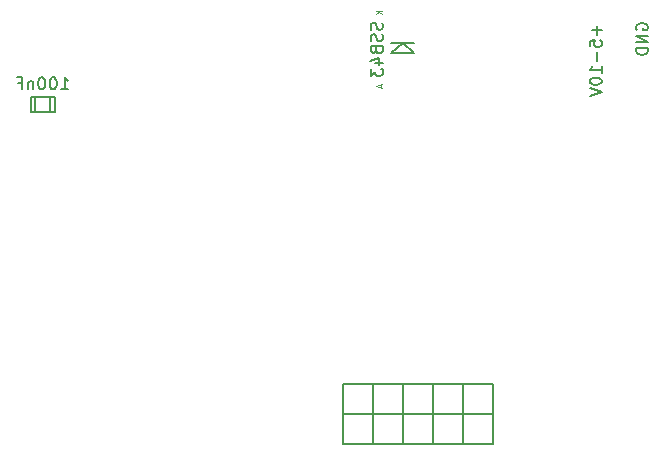
<source format=gbo>
G04 #@! TF.FileFunction,Legend,Bot*
%FSLAX46Y46*%
G04 Gerber Fmt 4.6, Leading zero omitted, Abs format (unit mm)*
G04 Created by KiCad (PCBNEW 0.201507012246+5852~23~ubuntu14.04.1-product) date Sat 04 Jul 2015 06:56:47 PM CDT*
%MOMM*%
G01*
G04 APERTURE LIST*
%ADD10C,0.100000*%
%ADD11C,0.127000*%
%ADD12C,0.200000*%
%ADD13C,0.099060*%
G04 APERTURE END LIST*
D10*
D11*
X132025571Y-113175143D02*
X132025571Y-113949238D01*
X132412619Y-113562190D02*
X131638524Y-113562190D01*
X131396619Y-114916857D02*
X131396619Y-114433048D01*
X131880429Y-114384667D01*
X131832048Y-114433048D01*
X131783667Y-114529810D01*
X131783667Y-114771714D01*
X131832048Y-114868476D01*
X131880429Y-114916857D01*
X131977190Y-114965238D01*
X132219095Y-114965238D01*
X132315857Y-114916857D01*
X132364238Y-114868476D01*
X132412619Y-114771714D01*
X132412619Y-114529810D01*
X132364238Y-114433048D01*
X132315857Y-114384667D01*
X132025571Y-115400667D02*
X132025571Y-116174762D01*
X132412619Y-117190762D02*
X132412619Y-116610191D01*
X132412619Y-116900477D02*
X131396619Y-116900477D01*
X131541762Y-116803715D01*
X131638524Y-116706953D01*
X131686905Y-116610191D01*
X131396619Y-117819715D02*
X131396619Y-117916476D01*
X131445000Y-118013238D01*
X131493381Y-118061619D01*
X131590143Y-118110000D01*
X131783667Y-118158381D01*
X132025571Y-118158381D01*
X132219095Y-118110000D01*
X132315857Y-118061619D01*
X132364238Y-118013238D01*
X132412619Y-117916476D01*
X132412619Y-117819715D01*
X132364238Y-117722953D01*
X132315857Y-117674572D01*
X132219095Y-117626191D01*
X132025571Y-117577810D01*
X131783667Y-117577810D01*
X131590143Y-117626191D01*
X131493381Y-117674572D01*
X131445000Y-117722953D01*
X131396619Y-117819715D01*
X131396619Y-118448667D02*
X132412619Y-118787334D01*
X131396619Y-119126000D01*
X135382000Y-113525905D02*
X135333619Y-113429143D01*
X135333619Y-113284000D01*
X135382000Y-113138858D01*
X135478762Y-113042096D01*
X135575524Y-112993715D01*
X135769048Y-112945334D01*
X135914190Y-112945334D01*
X136107714Y-112993715D01*
X136204476Y-113042096D01*
X136301238Y-113138858D01*
X136349619Y-113284000D01*
X136349619Y-113380762D01*
X136301238Y-113525905D01*
X136252857Y-113574286D01*
X135914190Y-113574286D01*
X135914190Y-113380762D01*
X136349619Y-114009715D02*
X135333619Y-114009715D01*
X136349619Y-114590286D01*
X135333619Y-114590286D01*
X136349619Y-115074096D02*
X135333619Y-115074096D01*
X135333619Y-115316001D01*
X135382000Y-115461143D01*
X135478762Y-115557905D01*
X135575524Y-115606286D01*
X135769048Y-115654667D01*
X135914190Y-115654667D01*
X136107714Y-115606286D01*
X136204476Y-115557905D01*
X136301238Y-115461143D01*
X136349619Y-115316001D01*
X136349619Y-115074096D01*
D12*
X113030000Y-143510000D02*
X113030000Y-148590000D01*
X115570000Y-143510000D02*
X115570000Y-148590000D01*
X118110000Y-143510000D02*
X118110000Y-148590000D01*
X120650000Y-143510000D02*
X120650000Y-148590000D01*
X110490000Y-146050000D02*
X123190000Y-146050000D01*
X110490000Y-148590000D02*
X110490000Y-143510000D01*
X123190000Y-148590000D02*
X110490000Y-148590000D01*
X123190000Y-143510000D02*
X123190000Y-148590000D01*
X110490000Y-143510000D02*
X123190000Y-143510000D01*
D11*
X84455000Y-119253000D02*
X84455000Y-120523000D01*
X85725000Y-119253000D02*
X85725000Y-120497600D01*
X86106000Y-119253000D02*
X84074000Y-119253000D01*
X84074000Y-119253000D02*
X84074000Y-120523000D01*
X84074000Y-120523000D02*
X86106000Y-120523000D01*
X86106000Y-120523000D02*
X86106000Y-119253000D01*
X115570000Y-114612420D02*
X116570760Y-115460780D01*
X116570760Y-115460780D02*
X114569240Y-115460780D01*
X114569240Y-115460780D02*
X115570000Y-114612420D01*
X115570000Y-114612420D02*
X114569240Y-114612420D01*
X115570000Y-114612420D02*
X116570760Y-114612420D01*
X86662381Y-118569619D02*
X87242952Y-118569619D01*
X86952666Y-118569619D02*
X86952666Y-117553619D01*
X87049428Y-117698762D01*
X87146190Y-117795524D01*
X87242952Y-117843905D01*
X86033428Y-117553619D02*
X85936667Y-117553619D01*
X85839905Y-117602000D01*
X85791524Y-117650381D01*
X85743143Y-117747143D01*
X85694762Y-117940667D01*
X85694762Y-118182571D01*
X85743143Y-118376095D01*
X85791524Y-118472857D01*
X85839905Y-118521238D01*
X85936667Y-118569619D01*
X86033428Y-118569619D01*
X86130190Y-118521238D01*
X86178571Y-118472857D01*
X86226952Y-118376095D01*
X86275333Y-118182571D01*
X86275333Y-117940667D01*
X86226952Y-117747143D01*
X86178571Y-117650381D01*
X86130190Y-117602000D01*
X86033428Y-117553619D01*
X85065809Y-117553619D02*
X84969048Y-117553619D01*
X84872286Y-117602000D01*
X84823905Y-117650381D01*
X84775524Y-117747143D01*
X84727143Y-117940667D01*
X84727143Y-118182571D01*
X84775524Y-118376095D01*
X84823905Y-118472857D01*
X84872286Y-118521238D01*
X84969048Y-118569619D01*
X85065809Y-118569619D01*
X85162571Y-118521238D01*
X85210952Y-118472857D01*
X85259333Y-118376095D01*
X85307714Y-118182571D01*
X85307714Y-117940667D01*
X85259333Y-117747143D01*
X85210952Y-117650381D01*
X85162571Y-117602000D01*
X85065809Y-117553619D01*
X84291714Y-117892286D02*
X84291714Y-118569619D01*
X84291714Y-117989048D02*
X84243333Y-117940667D01*
X84146571Y-117892286D01*
X84001429Y-117892286D01*
X83904667Y-117940667D01*
X83856286Y-118037429D01*
X83856286Y-118569619D01*
X83033810Y-118037429D02*
X83372476Y-118037429D01*
X83372476Y-118569619D02*
X83372476Y-117553619D01*
X82888667Y-117553619D01*
X113822238Y-112939286D02*
X113870619Y-113084429D01*
X113870619Y-113326333D01*
X113822238Y-113423095D01*
X113773857Y-113471476D01*
X113677095Y-113519857D01*
X113580333Y-113519857D01*
X113483571Y-113471476D01*
X113435190Y-113423095D01*
X113386810Y-113326333D01*
X113338429Y-113132810D01*
X113290048Y-113036048D01*
X113241667Y-112987667D01*
X113144905Y-112939286D01*
X113048143Y-112939286D01*
X112951381Y-112987667D01*
X112903000Y-113036048D01*
X112854619Y-113132810D01*
X112854619Y-113374714D01*
X112903000Y-113519857D01*
X113822238Y-113906905D02*
X113870619Y-114052048D01*
X113870619Y-114293952D01*
X113822238Y-114390714D01*
X113773857Y-114439095D01*
X113677095Y-114487476D01*
X113580333Y-114487476D01*
X113483571Y-114439095D01*
X113435190Y-114390714D01*
X113386810Y-114293952D01*
X113338429Y-114100429D01*
X113290048Y-114003667D01*
X113241667Y-113955286D01*
X113144905Y-113906905D01*
X113048143Y-113906905D01*
X112951381Y-113955286D01*
X112903000Y-114003667D01*
X112854619Y-114100429D01*
X112854619Y-114342333D01*
X112903000Y-114487476D01*
X113338429Y-115261571D02*
X113386810Y-115406714D01*
X113435190Y-115455095D01*
X113531952Y-115503476D01*
X113677095Y-115503476D01*
X113773857Y-115455095D01*
X113822238Y-115406714D01*
X113870619Y-115309952D01*
X113870619Y-114922905D01*
X112854619Y-114922905D01*
X112854619Y-115261571D01*
X112903000Y-115358333D01*
X112951381Y-115406714D01*
X113048143Y-115455095D01*
X113144905Y-115455095D01*
X113241667Y-115406714D01*
X113290048Y-115358333D01*
X113338429Y-115261571D01*
X113338429Y-114922905D01*
X113193286Y-116374333D02*
X113870619Y-116374333D01*
X112806238Y-116132429D02*
X113531952Y-115890524D01*
X113531952Y-116519476D01*
X112854619Y-116809762D02*
X112854619Y-117438714D01*
X113241667Y-117100048D01*
X113241667Y-117245190D01*
X113290048Y-117341952D01*
X113338429Y-117390333D01*
X113435190Y-117438714D01*
X113677095Y-117438714D01*
X113773857Y-117390333D01*
X113822238Y-117341952D01*
X113870619Y-117245190D01*
X113870619Y-116954905D01*
X113822238Y-116858143D01*
X113773857Y-116809762D01*
D13*
X113702677Y-118143262D02*
X113702677Y-118381539D01*
X113845642Y-118095607D02*
X113345262Y-118262401D01*
X113845642Y-118429194D01*
X113845642Y-111931208D02*
X113345262Y-111931208D01*
X113845642Y-112217140D02*
X113559711Y-112002691D01*
X113345262Y-112217140D02*
X113631194Y-111931208D01*
M02*

</source>
